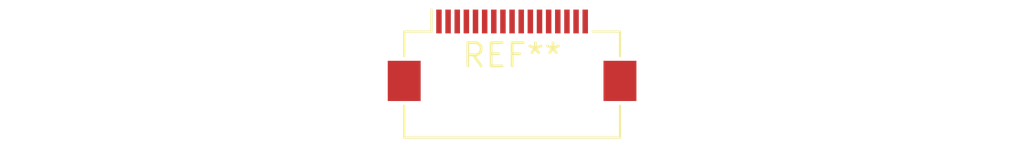
<source format=kicad_pcb>
(kicad_pcb (version 20240108) (generator pcbnew)
  (layers (0 "F.Cu" signal) (31 "B.Cu" signal) (34 "B.Paste" user) (35 "F.Paste" user) (36 "B.SilkS" user "B.Silkscreen") (37 "F.SilkS" user "F.Silkscreen") (38 "B.Mask" user) (39 "F.Mask" user) (44 "Edge.Cuts" user))
  (net 0 "")
  (footprint "Hirose_FH12-17S-0.5SH_1x17-1MP_P0.50mm_Horizontal" (layer "F.Cu") (at 0 0)
    (property "Reference" "REF**")
    (property "Value" "Hirose_FH12-17S-0.5SH_1x17-1MP_P0.50mm_Horizontal")
    (fp_line (start -5.9 -1.3) (end -5.9 0.04) (layer "F.SilkS") (stroke (width 0.12)))
    (fp_line (start -5.9 2.76) (end -5.9 4.5) (layer "F.SilkS") (stroke (width 0.12)))
    (fp_line (start -5.9 4.5) (end 5.9 4.5) (layer "F.SilkS") (stroke (width 0.12)))
    (fp_line (start -4.41 -1.3) (end -5.9 -1.3) (layer "F.SilkS") (stroke (width 0.12)))
    (fp_line (start -4.41 -1.3) (end -4.41 -2.5) (layer "F.SilkS") (stroke (width 0.12)))
    (fp_line (start 4.41 -1.3) (end 5.9 -1.3) (layer "F.SilkS") (stroke (width 0.12)))
    (fp_line (start 5.9 -1.3) (end 5.9 0.04) (layer "F.SilkS") (stroke (width 0.12)))
    (fp_line (start 5.9 4.5) (end 5.9 2.76) (layer "F.SilkS") (stroke (width 0.12)))
    (pad "1" smd rect (at -4 -1.85) (size 0.3 1.3) (layers "F.Cu" "F.Paste" "F.Mask"))
    (pad "2" smd rect (at -3.5 -1.85) (size 0.3 1.3) (layers "F.Cu" "F.Paste" "F.Mask"))
    (pad "3" smd rect (at -3 -1.85) (size 0.3 1.3) (layers "F.Cu" "F.Paste" "F.Mask"))
    (pad "4" smd rect (at -2.5 -1.85) (size 0.3 1.3) (layers "F.Cu" "F.Paste" "F.Mask"))
    (pad "5" smd rect (at -2 -1.85) (size 0.3 1.3) (layers "F.Cu" "F.Paste" "F.Mask"))
    (pad "6" smd rect (at -1.5 -1.85) (size 0.3 1.3) (layers "F.Cu" "F.Paste" "F.Mask"))
    (pad "7" smd rect (at -1 -1.85) (size 0.3 1.3) (layers "F.Cu" "F.Paste" "F.Mask"))
    (pad "8" smd rect (at -0.5 -1.85) (size 0.3 1.3) (layers "F.Cu" "F.Paste" "F.Mask"))
    (pad "9" smd rect (at 0 -1.85) (size 0.3 1.3) (layers "F.Cu" "F.Paste" "F.Mask"))
    (pad "10" smd rect (at 0.5 -1.85) (size 0.3 1.3) (layers "F.Cu" "F.Paste" "F.Mask"))
    (pad "11" smd rect (at 1 -1.85) (size 0.3 1.3) (layers "F.Cu" "F.Paste" "F.Mask"))
    (pad "12" smd rect (at 1.5 -1.85) (size 0.3 1.3) (layers "F.Cu" "F.Paste" "F.Mask"))
    (pad "13" smd rect (at 2 -1.85) (size 0.3 1.3) (layers "F.Cu" "F.Paste" "F.Mask"))
    (pad "14" smd rect (at 2.5 -1.85) (size 0.3 1.3) (layers "F.Cu" "F.Paste" "F.Mask"))
    (pad "15" smd rect (at 3 -1.85) (size 0.3 1.3) (layers "F.Cu" "F.Paste" "F.Mask"))
    (pad "16" smd rect (at 3.5 -1.85) (size 0.3 1.3) (layers "F.Cu" "F.Paste" "F.Mask"))
    (pad "17" smd rect (at 4 -1.85) (size 0.3 1.3) (layers "F.Cu" "F.Paste" "F.Mask"))
    (pad "MP" smd rect (at -5.9 1.4) (size 1.8 2.2) (layers "F.Cu" "F.Paste" "F.Mask"))
    (pad "MP" smd rect (at 5.9 1.4) (size 1.8 2.2) (layers "F.Cu" "F.Paste" "F.Mask"))
  )
)
</source>
